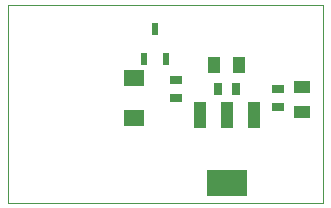
<source format=gtp>
G75*
%MOIN*%
%OFA0B0*%
%FSLAX24Y24*%
%IPPOS*%
%LPD*%
%AMOC8*
5,1,8,0,0,1.08239X$1,22.5*
%
%ADD10C,0.0000*%
%ADD11R,0.0394X0.0866*%
%ADD12R,0.1339X0.0866*%
%ADD13R,0.0394X0.0276*%
%ADD14R,0.0551X0.0433*%
%ADD15R,0.0276X0.0394*%
%ADD16R,0.0433X0.0551*%
%ADD17R,0.0236X0.0433*%
%ADD18R,0.0709X0.0551*%
D10*
X003219Y000180D02*
X003219Y006780D01*
X013719Y006780D01*
X013719Y000180D01*
X003219Y000180D01*
D11*
X009614Y003122D03*
X010519Y003122D03*
X011425Y003122D03*
D12*
X010519Y000838D03*
D13*
X012219Y003385D03*
X012219Y003975D03*
X008819Y003685D03*
X008819Y004275D03*
D14*
X013019Y004043D03*
X013019Y003217D03*
D15*
X010815Y003980D03*
X010224Y003980D03*
D16*
X010106Y004780D03*
X010933Y004780D03*
D17*
X008494Y004968D03*
X007745Y004968D03*
X008119Y005992D03*
D18*
X007419Y004349D03*
X007419Y003011D03*
M02*

</source>
